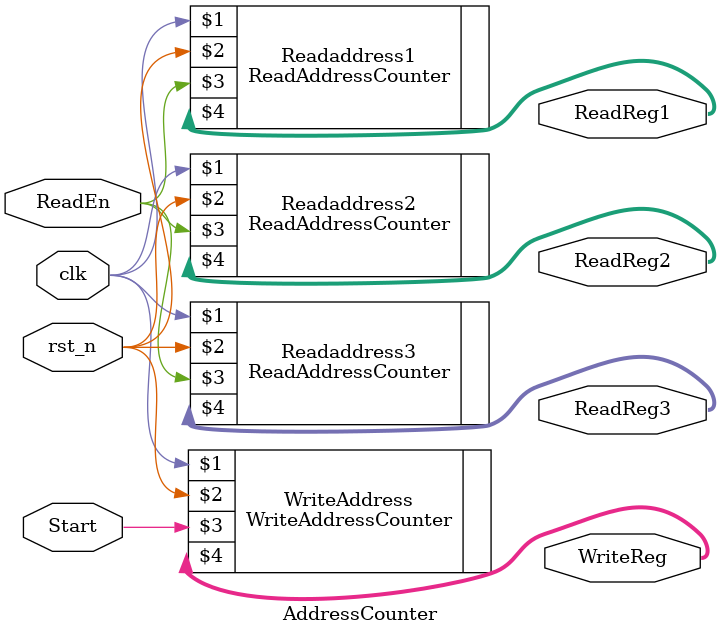
<source format=v>
`timescale 1ns / 1ps

module AddressCounter(
clk, rst_n, Start, WriteReg, ReadEn, ReadReg1, ReadReg2, ReadReg3
    );
    
    input clk, rst_n;
    input Start;    
    input ReadEn;   
    output [3:0] WriteReg;      
    output [3:0] ReadReg1, ReadReg2, ReadReg3;  
        
    //module ReadAddressCounter(clk, rst_n, ReadEn, ReadReg);
    //read addr을 count. parameter를 다르게 주어서 rst_n이 들어올 시 초깃값을 다르게 주었음
    ReadAddressCounter #(14) Readaddress1(clk, rst_n, ReadEn, ReadReg1);
    ReadAddressCounter #(0) Readaddress2(clk, rst_n, ReadEn, ReadReg2);
    ReadAddressCounter #(1) Readaddress3(clk, rst_n, ReadEn, ReadReg3);

    //module WriteAddressCounter(clk, rst_n, Start, WriteReg);
    //write addr을 count. 
    WriteAddressCounter WriteAddress(clk, rst_n, Start, WriteReg);




endmodule

</source>
